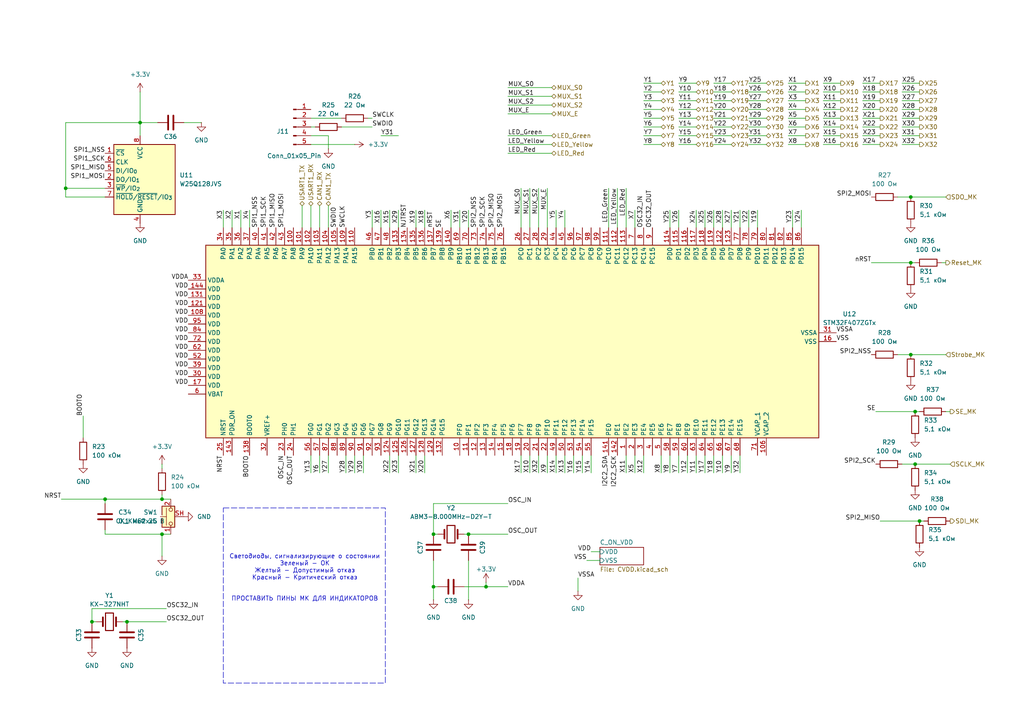
<source format=kicad_sch>
(kicad_sch (version 20250114) (generator "eeschema") (generator_version "9.0")
  (paper "A4")
  (lib_symbols
    (symbol "Connector:Conn_01x05_Pin" (pin_names (offset 1.016) (hide yes))
      (property "Reference" "J" (at 0 7.62 0))
      (property "Value" "Conn_01x05_Pin" (at 0 -7.62 0))
      (symbol "Conn_01x05_Pin_1_1"
        (pin passive line (at 5.08 5.08 180) (length 3.81) (name "Pin_1") (number "1"))
        (pin passive line (at 5.08 2.54 180) (length 3.81) (name "Pin_2") (number "2"))
        (pin passive line (at 5.08 0 180) (length 3.81) (name "Pin_3") (number "3"))
        (pin passive line (at 5.08 -2.54 180) (length 3.81) (name "Pin_4") (number "4"))
        (pin passive line (at 5.08 -5.08 180) (length 3.81) (name "Pin_5") (number "5"))
      )
    )
    (symbol "Device:C" (pin_numbers (hide yes)) (pin_names (offset 0.254))
      (property "Reference" "C" (at 0.635 2.54 0))
      (property "Value" "C" (at 0.635 -2.54 0))
      (symbol "C_1_1"
        (pin passive line (at 0 3.81 270) (length 2.794) (name "~") (number "1"))
        (pin passive line (at 0 -3.81 90) (length 2.794) (name "~") (number "2"))
      )
    )
    (symbol "Device:Crystal" (pin_numbers (hide yes)) (pin_names (offset 1.016) (hide yes))
      (property "Reference" "Y" (at 0 3.81 0))
      (property "Value" "Crystal" (at 0 -3.81 0))
      (symbol "Crystal_1_1"
        (pin passive line (at -3.81 0 0) (length 1.27) (name "1") (number "1"))
        (pin passive line (at 3.81 0 180) (length 1.27) (name "2") (number "2"))
      )
    )
    (symbol "Device:R" (pin_numbers (hide yes)) (pin_names (offset 0))
      (property "Reference" "R" (at 2.032 0 90))
      (property "Value" "R" (at 0 0 90))
      (symbol "R_1_1"
        (pin passive line (at 0 3.81 270) (length 1.27) (name "~") (number "1"))
        (pin passive line (at 0 -3.81 90) (length 1.27) (name "~") (number "2"))
      )
    )
    (symbol "MCU_ST_STM32F4:STM32F407ZGTx"
      (property "Reference" "U" (at -27.94 90.17 0))
      (property "Value" "STM32F407ZGTx" (at 20.32 90.17 0))
      (symbol "STM32F407ZGTx_1_1"
        (pin input line (at -33.02 83.82 0) (length 5.08) (name "NRST") (number "25"))
        (pin input line (at -33.02 81.28 0) (length 5.08) (name "PDR_ON") (number "143"))
        (pin input line (at -33.02 76.2 0) (length 5.08) (name "BOOT0") (number "138"))
        (pin input line (at -33.02 71.12 0) (length 5.08) (name "VREF+") (number "32"))
        (pin bidirectional line (at -33.02 66.04 0) (length 5.08) (name "PH0") (number "23"))
        (pin bidirectional line (at -33.02 63.5 0) (length 5.08) (name "PH1") (number "24"))
        (pin bidirectional line (at -33.02 58.42 0) (length 5.08) (name "PG0") (number "56"))
        (pin bidirectional line (at -33.02 55.88 0) (length 5.08) (name "PG1") (number "57"))
        (pin bidirectional line (at -33.02 53.34 0) (length 5.08) (name "PG2") (number "87"))
        (pin bidirectional line (at -33.02 50.8 0) (length 5.08) (name "PG3") (number "88"))
        (pin bidirectional line (at -33.02 48.26 0) (length 5.08) (name "PG4") (number "89"))
        (pin bidirectional line (at -33.02 45.72 0) (length 5.08) (name "PG5") (number "90"))
        (pin bidirectional line (at -33.02 43.18 0) (length 5.08) (name "PG6") (number "91"))
        (pin bidirectional line (at -33.02 40.64 0) (length 5.08) (name "PG7") (number "92"))
        (pin bidirectional line (at -33.02 38.1 0) (length 5.08) (name "PG8") (number "93"))
        (pin bidirectional line (at -33.02 35.56 0) (length 5.08) (name "PG9") (number "124"))
        (pin bidirectional line (at -33.02 33.02 0) (length 5.08) (name "PG10") (number "125"))
        (pin bidirectional line (at -33.02 30.48 0) (length 5.08) (name "PG11") (number "126"))
        (pin bidirectional line (at -33.02 27.94 0) (length 5.08) (name "PG12") (number "127"))
        (pin bidirectional line (at -33.02 25.4 0) (length 5.08) (name "PG13") (number "128"))
        (pin bidirectional line (at -33.02 22.86 0) (length 5.08) (name "PG14") (number "129"))
        (pin bidirectional line (at -33.02 20.32 0) (length 5.08) (name "PG15") (number "132"))
        (pin bidirectional line (at -33.02 15.24 0) (length 5.08) (name "PF0") (number "10"))
        (pin bidirectional line (at -33.02 12.7 0) (length 5.08) (name "PF1") (number "11"))
        (pin bidirectional line (at -33.02 10.16 0) (length 5.08) (name "PF2") (number "12"))
        (pin bidirectional line (at -33.02 7.62 0) (length 5.08) (name "PF3") (number "13"))
        (pin bidirectional line (at -33.02 5.08 0) (length 5.08) (name "PF4") (number "14"))
        (pin bidirectional line (at -33.02 2.54 0) (length 5.08) (name "PF5") (number "15"))
        (pin bidirectional line (at -33.02 0 0) (length 5.08) (name "PF6") (number "18"))
        (pin bidirectional line (at -33.02 -2.54 0) (length 5.08) (name "PF7") (number "19"))
        (pin bidirectional line (at -33.02 -5.08 0) (length 5.08) (name "PF8") (number "20"))
        (pin bidirectional line (at -33.02 -7.62 0) (length 5.08) (name "PF9") (number "21"))
        (pin bidirectional line (at -33.02 -10.16 0) (length 5.08) (name "PF10") (number "22"))
        (pin bidirectional line (at -33.02 -12.7 0) (length 5.08) (name "PF11") (number "49"))
        (pin bidirectional line (at -33.02 -15.24 0) (length 5.08) (name "PF12") (number "50"))
        (pin bidirectional line (at -33.02 -17.78 0) (length 5.08) (name "PF13") (number "53"))
        (pin bidirectional line (at -33.02 -20.32 0) (length 5.08) (name "PF14") (number "54"))
        (pin bidirectional line (at -33.02 -22.86 0) (length 5.08) (name "PF15") (number "55"))
        (pin bidirectional line (at -33.02 -27.94 0) (length 5.08) (name "PE0") (number "141"))
        (pin bidirectional line (at -33.02 -30.48 0) (length 5.08) (name "PE1") (number "142"))
        (pin bidirectional line (at -33.02 -33.02 0) (length 5.08) (name "PE2") (number "1"))
        (pin bidirectional line (at -33.02 -35.56 0) (length 5.08) (name "PE3") (number "2"))
        (pin bidirectional line (at -33.02 -38.1 0) (length 5.08) (name "PE4") (number "3"))
        (pin bidirectional line (at -33.02 -40.64 0) (length 5.08) (name "PE5") (number "4"))
        (pin bidirectional line (at -33.02 -43.18 0) (length 5.08) (name "PE6") (number "5"))
        (pin bidirectional line (at -33.02 -45.72 0) (length 5.08) (name "PE7") (number "58"))
        (pin bidirectional line (at -33.02 -48.26 0) (length 5.08) (name "PE8") (number "59"))
        (pin bidirectional line (at -33.02 -50.8 0) (length 5.08) (name "PE9") (number "60"))
        (pin bidirectional line (at -33.02 -53.34 0) (length 5.08) (name "PE10") (number "63"))
        (pin bidirectional line (at -33.02 -55.88 0) (length 5.08) (name "PE11") (number "64"))
        (pin bidirectional line (at -33.02 -58.42 0) (length 5.08) (name "PE12") (number "65"))
        (pin bidirectional line (at -33.02 -60.96 0) (length 5.08) (name "PE13") (number "66"))
        (pin bidirectional line (at -33.02 -63.5 0) (length 5.08) (name "PE14") (number "67"))
        (pin bidirectional line (at -33.02 -66.04 0) (length 5.08) (name "PE15") (number "68"))
        (pin power_out line (at -33.02 -71.12 0) (length 5.08) (name "VCAP_1") (number "71"))
        (pin power_out line (at -33.02 -73.66 0) (length 5.08) (name "VCAP_2") (number "106"))
        (pin power_in line (at -15.24 93.98 270) (length 5.08) (name "VBAT") (number "6"))
        (pin power_in line (at -12.7 93.98 270) (length 5.08) (name "VDD") (number "17"))
        (pin power_in line (at -10.16 93.98 270) (length 5.08) (name "VDD") (number "30"))
        (pin power_in line (at -7.62 93.98 270) (length 5.08) (name "VDD") (number "39"))
        (pin power_in line (at -5.08 93.98 270) (length 5.08) (name "VDD") (number "52"))
        (pin power_in line (at -2.54 93.98 270) (length 5.08) (name "VDD") (number "62"))
        (pin power_in line (at 0 93.98 270) (length 5.08) (name "VDD") (number "72"))
        (pin passive line (at 0 -93.98 90) (length 5.08) (hide yes) (name "VSS") (number "107"))
        (pin passive line (at 0 -93.98 90) (length 5.08) (hide yes) (name "VSS") (number "120"))
        (pin passive line (at 0 -93.98 90) (length 5.08) (hide yes) (name "VSS") (number "130"))
        (pin power_in line (at 0 -93.98 90) (length 5.08) (name "VSS") (number "16"))
        (pin passive line (at 0 -93.98 90) (length 5.08) (hide yes) (name "VSS") (number "38"))
        (pin passive line (at 0 -93.98 90) (length 5.08) (hide yes) (name "VSS") (number "51"))
        (pin passive line (at 0 -93.98 90) (length 5.08) (hide yes) (name "VSS") (number "61"))
        (pin passive line (at 0 -93.98 90) (length 5.08) (hide yes) (name "VSS") (number "83"))
        (pin passive line (at 0 -93.98 90) (length 5.08) (hide yes) (name "VSS") (number "94"))
        (pin power_in line (at 2.54 93.98 270) (length 5.08) (name "VDD") (number "84"))
        (pin power_in line (at 2.54 -93.98 90) (length 5.08) (name "VSSA") (number "31"))
        (pin power_in line (at 5.08 93.98 270) (length 5.08) (name "VDD") (number "95"))
        (pin power_in line (at 7.62 93.98 270) (length 5.08) (name "VDD") (number "108"))
        (pin power_in line (at 10.16 93.98 270) (length 5.08) (name "VDD") (number "121"))
        (pin power_in line (at 12.7 93.98 270) (length 5.08) (name "VDD") (number "131"))
        (pin power_in line (at 15.24 93.98 270) (length 5.08) (name "VDD") (number "144"))
        (pin power_in line (at 17.78 93.98 270) (length 5.08) (name "VDDA") (number "33"))
        (pin bidirectional line (at 33.02 83.82 180) (length 5.08) (name "PA0") (number "34"))
        (pin bidirectional line (at 33.02 81.28 180) (length 5.08) (name "PA1") (number "35"))
        (pin bidirectional line (at 33.02 78.74 180) (length 5.08) (name "PA2") (number "36"))
        (pin bidirectional line (at 33.02 76.2 180) (length 5.08) (name "PA3") (number "37"))
        (pin bidirectional line (at 33.02 73.66 180) (length 5.08) (name "PA4") (number "40"))
        (pin bidirectional line (at 33.02 71.12 180) (length 5.08) (name "PA5") (number "41"))
        (pin bidirectional line (at 33.02 68.58 180) (length 5.08) (name "PA6") (number "42"))
        (pin bidirectional line (at 33.02 66.04 180) (length 5.08) (name "PA7") (number "43"))
        (pin bidirectional line (at 33.02 63.5 180) (length 5.08) (name "PA8") (number "100"))
        (pin bidirectional line (at 33.02 60.96 180) (length 5.08) (name "PA9") (number "101"))
        (pin bidirectional line (at 33.02 58.42 180) (length 5.08) (name "PA10") (number "102"))
        (pin bidirectional line (at 33.02 55.88 180) (length 5.08) (name "PA11") (number "103"))
        (pin bidirectional line (at 33.02 53.34 180) (length 5.08) (name "PA12") (number "104"))
        (pin bidirectional line (at 33.02 50.8 180) (length 5.08) (name "PA13") (number "105"))
        (pin bidirectional line (at 33.02 48.26 180) (length 5.08) (name "PA14") (number "109"))
        (pin bidirectional line (at 33.02 45.72 180) (length 5.08) (name "PA15") (number "110"))
        (pin bidirectional line (at 33.02 40.64 180) (length 5.08) (name "PB0") (number "46"))
        (pin bidirectional line (at 33.02 38.1 180) (length 5.08) (name "PB1") (number "47"))
        (pin bidirectional line (at 33.02 35.56 180) (length 5.08) (name "PB2") (number "48"))
        (pin bidirectional line (at 33.02 33.02 180) (length 5.08) (name "PB3") (number "133"))
        (pin bidirectional line (at 33.02 30.48 180) (length 5.08) (name "PB4") (number "134"))
        (pin bidirectional line (at 33.02 27.94 180) (length 5.08) (name "PB5") (number "135"))
        (pin bidirectional line (at 33.02 25.4 180) (length 5.08) (name "PB6") (number "136"))
        (pin bidirectional line (at 33.02 22.86 180) (length 5.08) (name "PB7") (number "137"))
        (pin bidirectional line (at 33.02 20.32 180) (length 5.08) (name "PB8") (number "139"))
        (pin bidirectional line (at 33.02 17.78 180) (length 5.08) (name "PB9") (number "140"))
        (pin bidirectional line (at 33.02 15.24 180) (length 5.08) (name "PB10") (number "69"))
        (pin bidirectional line (at 33.02 12.7 180) (length 5.08) (name "PB11") (number "70"))
        (pin bidirectional line (at 33.02 10.16 180) (length 5.08) (name "PB12") (number "73"))
        (pin bidirectional line (at 33.02 7.62 180) (length 5.08) (name "PB13") (number "74"))
        (pin bidirectional line (at 33.02 5.08 180) (length 5.08) (name "PB14") (number "75"))
        (pin bidirectional line (at 33.02 2.54 180) (length 5.08) (name "PB15") (number "76"))
        (pin bidirectional line (at 33.02 -2.54 180) (length 5.08) (name "PC0") (number "26"))
        (pin bidirectional line (at 33.02 -5.08 180) (length 5.08) (name "PC1") (number "27"))
        (pin bidirectional line (at 33.02 -7.62 180) (length 5.08) (name "PC2") (number "28"))
        (pin bidirectional line (at 33.02 -10.16 180) (length 5.08) (name "PC3") (number "29"))
        (pin bidirectional line (at 33.02 -12.7 180) (length 5.08) (name "PC4") (number "44"))
        (pin bidirectional line (at 33.02 -15.24 180) (length 5.08) (name "PC5") (number "45"))
        (pin bidirectional line (at 33.02 -17.78 180) (length 5.08) (name "PC6") (number "96"))
        (pin bidirectional line (at 33.02 -20.32 180) (length 5.08) (name "PC7") (number "97"))
        (pin bidirectional line (at 33.02 -22.86 180) (length 5.08) (name "PC8") (number "98"))
        (pin bidirectional line (at 33.02 -25.4 180) (length 5.08) (name "PC9") (number "99"))
        (pin bidirectional line (at 33.02 -27.94 180) (length 5.08) (name "PC10") (number "111"))
        (pin bidirectional line (at 33.02 -30.48 180) (length 5.08) (name "PC11") (number "112"))
        (pin bidirectional line (at 33.02 -33.02 180) (length 5.08) (name "PC12") (number "113"))
        (pin bidirectional line (at 33.02 -35.56 180) (length 5.08) (name "PC13") (number "7"))
        (pin bidirectional line (at 33.02 -38.1 180) (length 5.08) (name "PC14") (number "8"))
        (pin bidirectional line (at 33.02 -40.64 180) (length 5.08) (name "PC15") (number "9"))
        (pin bidirectional line (at 33.02 -45.72 180) (length 5.08) (name "PD0") (number "114"))
        (pin bidirectional line (at 33.02 -48.26 180) (length 5.08) (name "PD1") (number "115"))
        (pin bidirectional line (at 33.02 -50.8 180) (length 5.08) (name "PD2") (number "116"))
        (pin bidirectional line (at 33.02 -53.34 180) (length 5.08) (name "PD3") (number "117"))
        (pin bidirectional line (at 33.02 -55.88 180) (length 5.08) (name "PD4") (number "118"))
        (pin bidirectional line (at 33.02 -58.42 180) (length 5.08) (name "PD5") (number "119"))
        (pin bidirectional line (at 33.02 -60.96 180) (length 5.08) (name "PD6") (number "122"))
        (pin bidirectional line (at 33.02 -63.5 180) (length 5.08) (name "PD7") (number "123"))
        (pin bidirectional line (at 33.02 -66.04 180) (length 5.08) (name "PD8") (number "77"))
        (pin bidirectional line (at 33.02 -68.58 180) (length 5.08) (name "PD9") (number "78"))
        (pin bidirectional line (at 33.02 -71.12 180) (length 5.08) (name "PD10") (number "79"))
        (pin bidirectional line (at 33.02 -73.66 180) (length 5.08) (name "PD11") (number "80"))
        (pin bidirectional line (at 33.02 -76.2 180) (length 5.08) (name "PD12") (number "81"))
        (pin bidirectional line (at 33.02 -78.74 180) (length 5.08) (name "PD13") (number "82"))
        (pin bidirectional line (at 33.02 -81.28 180) (length 5.08) (name "PD14") (number "85"))
        (pin bidirectional line (at 33.02 -83.82 180) (length 5.08) (name "PD15") (number "86"))
      )
    )
    (symbol "Memory_Flash:W25Q128JVS"
      (property "Reference" "U" (at -6.35 11.43 0))
      (property "Value" "W25Q128JVS" (at 7.62 11.43 0))
      (symbol "W25Q128JVS_1_1"
        (pin input line (at -10.16 7.62 0) (length 2.54) (name "~{CS}") (number "1"))
        (pin input line (at -10.16 5.08 0) (length 2.54) (name "CLK") (number "6"))
        (pin bidirectional line (at -10.16 2.54 0) (length 2.54) (name "DI/IO_{0}") (number "5"))
        (pin bidirectional line (at -10.16 0 0) (length 2.54) (name "DO/IO_{1}") (number "2"))
        (pin bidirectional line (at -10.16 -2.54 0) (length 2.54) (name "~{WP}/IO_{2}") (number "3"))
        (pin bidirectional line (at -10.16 -5.08 0) (length 2.54) (name "~{HOLD}/~{RESET}/IO_{3}") (number "7"))
        (pin power_in line (at 0 12.7 270) (length 2.54) (name "VCC") (number "8"))
        (pin power_in line (at 0 -12.7 90) (length 2.54) (name "GND") (number "4"))
      )
    )
    (symbol "Switch:CK_KMS2xxG" (pin_names (offset 1.016) (hide yes))
      (property "Reference" "SW" (at 4.318 2.032 0))
      (property "Value" "CK_KMS2xxG" (at 0 4.572 0))
      (symbol "CK_KMS2xxG_0_1"
        (pin passive line (at -5.08 0 0) (length 2.54) (name "1") (number "1"))
        (pin passive line (at 5.08 0 180) (length 2.54) (name "2") (number "2"))
      )
      (symbol "CK_KMS2xxG_1_1"
        (pin passive line (at 0 -3.81 90) (length 2.54) (name "B") (number "SH"))
      )
    )
    (symbol "power:+3.3V" (power) (pin_numbers (hide yes)) (pin_names (offset 0) (hide yes))
      (property "Value" "+3.3V" (at 0 3.556 0))
      (symbol "+3.3V_1_1"
        (pin power_in line (at 0 0 90) (length 0) (name "~") (number "1"))
      )
    )
    (symbol "power:GND" (power) (pin_numbers (hide yes)) (pin_names (offset 0) (hide yes))
      (property "Value" "GND" (at 0 -3.81 0))
      (symbol "GND_1_1"
        (pin power_in line (at 0 0 270) (length 0) (name "~") (number "1"))
      )
    )
  )
  (rectangle (start 64.77 147.32) (end 111.76 198.12) (stroke (width 0) (type dash)))
  (text "Светодиоды, сигнализирующие о состоянии\nЗеленый - ОК\nЖелтый - Допустимый отказ\nКрасный - Критический отказ\n\n\nПРОСТАВИТЬ ПИНЫ МК ДЛЯ ИНДИКАТОРОВ\n" (at 88.392 167.64 0) (effects (font (size 1.27 1.27))))
  (junction (at 265.43 119.38))
  (junction (at 266.7 151.13))
  (junction (at 264.16 57.15))
  (junction (at 125.73 170.18))
  (junction (at 26.67 180.34))
  (junction (at 40.64 35.56))
  (junction (at 135.89 154.94))
  (junction (at 265.43 134.62))
  (junction (at 19.05 54.61))
  (junction (at 264.16 76.2))
  (junction (at 46.99 144.78))
  (junction (at 30.48 144.78))
  (junction (at 36.83 180.34))
  (junction (at 264.16 102.87))
  (junction (at 46.99 154.94))
  (junction (at 125.73 154.94))
  (junction (at 140.97 170.18))
  (wire (pts (xy 87.63 59.69) (xy 87.63 66.04)))
  (wire (pts (xy 181.61 132.08) (xy 181.61 137.16)))
  (wire (pts (xy 214.63 132.08) (xy 214.63 137.16)))
  (wire (pts (xy 233.68 29.21) (xy 228.6 29.21)))
  (wire (pts (xy 170.18 162.56) (xy 173.99 162.56)))
  (wire (pts (xy 64.77 66.04) (xy 64.77 60.96)))
  (wire (pts (xy 191.77 36.83) (xy 186.69 36.83)))
  (wire (pts (xy 58.42 35.56) (xy 53.34 35.56)))
  (wire (pts (xy 140.97 170.18) (xy 147.32 170.18)))
  (wire (pts (xy 30.48 146.05) (xy 30.48 144.78)))
  (wire (pts (xy 201.93 24.13) (xy 196.85 24.13)))
  (wire (pts (xy 266.7 151.13) (xy 267.97 151.13)))
  (wire (pts (xy 219.71 66.04) (xy 219.71 60.96)))
  (wire (pts (xy 191.77 34.29) (xy 186.69 34.29)))
  (wire (pts (xy 135.89 154.94) (xy 147.32 154.94)))
  (wire (pts (xy 160.02 44.45) (xy 147.32 44.45)))
  (wire (pts (xy 90.17 59.69) (xy 90.17 66.04)))
  (wire (pts (xy 201.93 29.21) (xy 196.85 29.21)))
  (wire (pts (xy 91.44 36.83) (xy 90.17 36.83)))
  (wire (pts (xy 201.93 39.37) (xy 196.85 39.37)))
  (wire (pts (xy 46.99 143.51) (xy 46.99 144.78)))
  (wire (pts (xy 115.57 39.37) (xy 110.49 39.37)))
  (wire (pts (xy 212.09 39.37) (xy 207.01 39.37)))
  (wire (pts (xy 273.05 76.2) (xy 274.32 76.2)))
  (wire (pts (xy 222.25 34.29) (xy 217.17 34.29)))
  (wire (pts (xy 209.55 66.04) (xy 209.55 60.96)))
  (wire (pts (xy 30.48 153.67) (xy 30.48 154.94)))
  (wire (pts (xy 191.77 26.67) (xy 186.69 26.67)))
  (wire (pts (xy 191.77 132.08) (xy 191.77 137.16)))
  (wire (pts (xy 36.83 180.34) (xy 35.56 180.34)))
  (wire (pts (xy 46.99 154.94) (xy 49.53 154.94)))
  (wire (pts (xy 134.62 170.18) (xy 140.97 170.18)))
  (wire (pts (xy 151.13 54.61) (xy 151.13 66.04)))
  (wire (pts (xy 24.13 120.65) (xy 24.13 127)))
  (wire (pts (xy 252.73 76.2) (xy 264.16 76.2)))
  (wire (pts (xy 160.02 41.91) (xy 147.32 41.91)))
  (wire (pts (xy 255.27 41.91) (xy 250.19 41.91)))
  (wire (pts (xy 168.91 132.08) (xy 168.91 137.16)))
  (wire (pts (xy 201.93 34.29) (xy 196.85 34.29)))
  (wire (pts (xy 156.21 132.08) (xy 156.21 137.16)))
  (wire (pts (xy 222.25 26.67) (xy 217.17 26.67)))
  (wire (pts (xy 120.65 132.08) (xy 120.65 137.16)))
  (wire (pts (xy 17.78 144.78) (xy 30.48 144.78)))
  (wire (pts (xy 204.47 60.96) (xy 204.47 66.04)))
  (wire (pts (xy 194.31 132.08) (xy 194.31 137.16)))
  (wire (pts (xy 261.62 134.62) (xy 265.43 134.62)))
  (wire (pts (xy 156.21 54.61) (xy 156.21 66.04)))
  (wire (pts (xy 30.48 144.78) (xy 46.99 144.78)))
  (wire (pts (xy 184.15 132.08) (xy 184.15 137.16)))
  (wire (pts (xy 158.75 132.08) (xy 158.75 137.16)))
  (wire (pts (xy 153.67 132.08) (xy 153.67 137.16)))
  (wire (pts (xy 161.29 66.04) (xy 161.29 60.96)))
  (wire (pts (xy 233.68 24.13) (xy 228.6 24.13)))
  (wire (pts (xy 243.84 36.83) (xy 238.76 36.83)))
  (wire (pts (xy 201.93 60.96) (xy 201.93 66.04)))
  (wire (pts (xy 209.55 132.08) (xy 209.55 137.16)))
  (wire (pts (xy 212.09 26.67) (xy 207.01 26.67)))
  (wire (pts (xy 107.95 36.83) (xy 99.06 36.83)))
  (wire (pts (xy 260.35 57.15) (xy 264.16 57.15)))
  (wire (pts (xy 135.89 154.94) (xy 134.62 154.94)))
  (wire (pts (xy 95.25 59.69) (xy 95.25 66.04)))
  (wire (pts (xy 191.77 31.75) (xy 186.69 31.75)))
  (wire (pts (xy 243.84 39.37) (xy 238.76 39.37)))
  (wire (pts (xy 212.09 24.13) (xy 207.01 24.13)))
  (wire (pts (xy 95.25 39.37) (xy 95.25 43.18)))
  (wire (pts (xy 265.43 134.62) (xy 275.59 134.62)))
  (wire (pts (xy 125.73 146.05) (xy 125.73 154.94)))
  (wire (pts (xy 92.71 132.08) (xy 92.71 137.16)))
  (wire (pts (xy 171.45 160.02) (xy 173.99 160.02)))
  (wire (pts (xy 161.29 132.08) (xy 161.29 137.16)))
  (wire (pts (xy 30.48 57.15) (xy 19.05 57.15)))
  (wire (pts (xy 125.73 146.05) (xy 147.32 146.05)))
  (wire (pts (xy 72.39 66.04) (xy 72.39 60.96)))
  (wire (pts (xy 201.93 36.83) (xy 196.85 36.83)))
  (wire (pts (xy 222.25 29.21) (xy 217.17 29.21)))
  (wire (pts (xy 102.87 132.08) (xy 102.87 137.16)))
  (wire (pts (xy 255.27 31.75) (xy 250.19 31.75)))
  (wire (pts (xy 160.02 27.94) (xy 147.32 27.94)))
  (wire (pts (xy 264.16 57.15) (xy 274.32 57.15)))
  (wire (pts (xy 207.01 132.08) (xy 207.01 137.16)))
  (wire (pts (xy 196.85 132.08) (xy 196.85 137.16)))
  (wire (pts (xy 266.7 41.91) (xy 261.62 41.91)))
  (wire (pts (xy 163.83 132.08) (xy 163.83 137.16)))
  (wire (pts (xy 266.7 29.21) (xy 261.62 29.21)))
  (wire (pts (xy 160.02 33.02) (xy 147.32 33.02)))
  (wire (pts (xy 163.83 66.04) (xy 163.83 60.96)))
  (wire (pts (xy 36.83 180.34) (xy 48.26 180.34)))
  (wire (pts (xy 260.35 102.87) (xy 264.16 102.87)))
  (wire (pts (xy 266.7 31.75) (xy 261.62 31.75)))
  (wire (pts (xy 255.27 29.21) (xy 250.19 29.21)))
  (wire (pts (xy 69.85 66.04) (xy 69.85 60.96)))
  (wire (pts (xy 212.09 41.91) (xy 207.01 41.91)))
  (wire (pts (xy 266.7 39.37) (xy 261.62 39.37)))
  (wire (pts (xy 19.05 57.15) (xy 19.05 54.61)))
  (wire (pts (xy 212.09 66.04) (xy 212.09 60.96)))
  (wire (pts (xy 233.68 31.75) (xy 228.6 31.75)))
  (wire (pts (xy 120.65 66.04) (xy 120.65 60.96)))
  (wire (pts (xy 181.61 54.61) (xy 181.61 66.04)))
  (wire (pts (xy 255.27 39.37) (xy 250.19 39.37)))
  (wire (pts (xy 19.05 35.56) (xy 40.64 35.56)))
  (wire (pts (xy 125.73 173.99) (xy 125.73 170.18)))
  (wire (pts (xy 254 119.38) (xy 265.43 119.38)))
  (wire (pts (xy 229.87 66.04) (xy 229.87 60.96)))
  (wire (pts (xy 266.7 34.29) (xy 261.62 34.29)))
  (wire (pts (xy 265.43 119.38) (xy 266.7 119.38)))
  (wire (pts (xy 255.27 26.67) (xy 250.19 26.67)))
  (wire (pts (xy 133.35 66.04) (xy 133.35 60.96)))
  (wire (pts (xy 233.68 36.83) (xy 228.6 36.83)))
  (wire (pts (xy 217.17 66.04) (xy 217.17 60.96)))
  (wire (pts (xy 243.84 26.67) (xy 238.76 26.67)))
  (wire (pts (xy 135.89 162.56) (xy 135.89 173.99)))
  (wire (pts (xy 212.09 132.08) (xy 212.09 137.16)))
  (wire (pts (xy 100.33 132.08) (xy 100.33 137.16)))
  (wire (pts (xy 255.27 36.83) (xy 250.19 36.83)))
  (wire (pts (xy 40.64 26.67) (xy 40.64 35.56)))
  (wire (pts (xy 151.13 132.08) (xy 151.13 137.16)))
  (wire (pts (xy 204.47 132.08) (xy 204.47 137.16)))
  (wire (pts (xy 191.77 24.13) (xy 186.69 24.13)))
  (wire (pts (xy 125.73 170.18) (xy 127 170.18)))
  (wire (pts (xy 90.17 132.08) (xy 90.17 137.16)))
  (wire (pts (xy 243.84 29.21) (xy 238.76 29.21)))
  (wire (pts (xy 196.85 66.04) (xy 196.85 60.96)))
  (wire (pts (xy 233.68 34.29) (xy 228.6 34.29)))
  (wire (pts (xy 264.16 102.87) (xy 274.32 102.87)))
  (wire (pts (xy 222.25 39.37) (xy 217.17 39.37)))
  (wire (pts (xy 123.19 66.04) (xy 123.19 60.96)))
  (wire (pts (xy 45.72 35.56) (xy 40.64 35.56)))
  (wire (pts (xy 125.73 154.94) (xy 127 154.94)))
  (wire (pts (xy 201.93 132.08) (xy 201.93 137.16)))
  (wire (pts (xy 232.41 66.04) (xy 232.41 60.96)))
  (wire (pts (xy 212.09 31.75) (xy 207.01 31.75)))
  (wire (pts (xy 266.7 26.67) (xy 261.62 26.67)))
  (wire (pts (xy 46.99 161.29) (xy 46.99 154.94)))
  (wire (pts (xy 19.05 54.61) (xy 19.05 35.56)))
  (wire (pts (xy 125.73 162.56) (xy 125.73 170.18)))
  (wire (pts (xy 160.02 30.48) (xy 147.32 30.48)))
  (wire (pts (xy 194.31 66.04) (xy 194.31 60.96)))
  (wire (pts (xy 115.57 66.04) (xy 115.57 60.96)))
  (wire (pts (xy 46.99 144.78) (xy 49.53 144.78)))
  (wire (pts (xy 123.19 132.08) (xy 123.19 137.16)))
  (wire (pts (xy 26.67 176.53) (xy 26.67 180.34)))
  (wire (pts (xy 243.84 24.13) (xy 238.76 24.13)))
  (wire (pts (xy 130.81 66.04) (xy 130.81 60.96)))
  (wire (pts (xy 212.09 36.83) (xy 207.01 36.83)))
  (wire (pts (xy 201.93 41.91) (xy 196.85 41.91)))
  (wire (pts (xy 222.25 41.91) (xy 217.17 41.91)))
  (wire (pts (xy 99.06 34.29) (xy 90.17 34.29)))
  (wire (pts (xy 222.25 31.75) (xy 217.17 31.75)))
  (wire (pts (xy 207.01 60.96) (xy 207.01 66.04)))
  (wire (pts (xy 90.17 41.91) (xy 102.87 41.91)))
  (wire (pts (xy 255.27 34.29) (xy 250.19 34.29)))
  (wire (pts (xy 158.75 54.61) (xy 158.75 66.04)))
  (wire (pts (xy 110.49 66.04) (xy 110.49 60.96)))
  (wire (pts (xy 113.03 132.08) (xy 113.03 137.16)))
  (wire (pts (xy 26.67 180.34) (xy 27.94 180.34)))
  (wire (pts (xy 212.09 34.29) (xy 207.01 34.29)))
  (wire (pts (xy 90.17 39.37) (xy 95.25 39.37)))
  (wire (pts (xy 167.64 171.45) (xy 167.64 167.64)))
  (wire (pts (xy 266.7 24.13) (xy 261.62 24.13)))
  (wire (pts (xy 191.77 41.91) (xy 186.69 41.91)))
  (wire (pts (xy 107.95 66.04) (xy 107.95 60.96)))
  (wire (pts (xy 30.48 54.61) (xy 19.05 54.61)))
  (wire (pts (xy 222.25 24.13) (xy 217.17 24.13)))
  (wire (pts (xy 243.84 41.91) (xy 238.76 41.91)))
  (wire (pts (xy 46.99 134.62) (xy 46.99 135.89)))
  (wire (pts (xy 160.02 25.4) (xy 147.32 25.4)))
  (wire (pts (xy 135.89 66.04) (xy 135.89 60.96)))
  (wire (pts (xy 201.93 31.75) (xy 196.85 31.75)))
  (wire (pts (xy 26.67 176.53) (xy 48.26 176.53)))
  (wire (pts (xy 176.53 54.61) (xy 176.53 66.04)))
  (wire (pts (xy 171.45 132.08) (xy 171.45 137.16)))
  (wire (pts (xy 40.64 35.56) (xy 40.64 39.37)))
  (wire (pts (xy 255.27 24.13) (xy 250.19 24.13)))
  (wire (pts (xy 243.84 34.29) (xy 238.76 34.29)))
  (wire (pts (xy 153.67 54.61) (xy 153.67 66.04)))
  (wire (pts (xy 30.48 154.94) (xy 46.99 154.94)))
  (wire (pts (xy 255.27 151.13) (xy 266.7 151.13)))
  (wire (pts (xy 191.77 39.37) (xy 186.69 39.37)))
  (wire (pts (xy 160.02 39.37) (xy 147.32 39.37)))
  (wire (pts (xy 201.93 26.67) (xy 196.85 26.67)))
  (wire (pts (xy 199.39 132.08) (xy 199.39 137.16)))
  (wire (pts (xy 179.07 54.61) (xy 179.07 66.04)))
  (wire (pts (xy 113.03 66.04) (xy 113.03 60.96)))
  (wire (pts (xy 95.25 132.08) (xy 95.25 137.16)))
  (wire (pts (xy 166.37 132.08) (xy 166.37 137.16)))
  (wire (pts (xy 212.09 29.21) (xy 207.01 29.21)))
  (wire (pts (xy 274.32 119.38) (xy 275.59 119.38)))
  (wire (pts (xy 140.97 168.91) (xy 140.97 170.18)))
  (wire (pts (xy 233.68 26.67) (xy 228.6 26.67)))
  (wire (pts (xy 233.68 39.37) (xy 228.6 39.37)))
  (wire (pts (xy 115.57 132.08) (xy 115.57 137.16)))
  (wire (pts (xy 222.25 36.83) (xy 217.17 36.83)))
  (wire (pts (xy 92.71 59.69) (xy 92.71 66.04)))
  (wire (pts (xy 184.15 66.04) (xy 184.15 60.96)))
  (wire (pts (xy 107.95 34.29) (xy 106.68 34.29)))
  (wire (pts (xy 243.84 31.75) (xy 238.76 31.75)))
  (wire (pts (xy 266.7 36.83) (xy 261.62 36.83)))
  (wire (pts (xy 186.69 132.08) (xy 186.69 137.16)))
  (wire (pts (xy 214.63 66.04) (xy 214.63 60.96)))
  (wire (pts (xy 67.31 66.04) (xy 67.31 60.96)))
  (wire (pts (xy 191.77 29.21) (xy 186.69 29.21)))
  (wire (pts (xy 233.68 41.91) (xy 228.6 41.91)))
  (wire (pts (xy 105.41 132.08) (xy 105.41 137.16)))
  (wire (pts (xy 264.16 76.2) (xy 265.43 76.2)))
  (label "Y32" (at 217.17 41.91 0))
  (label "Y3" (at 107.95 60.96 270))
  (label "OSC32_IN" (at 48.26 176.53 0))
  (label "VDD" (at 54.61 93.98 180))
  (label "X30" (at 261.62 36.83 0))
  (label "SPI2_SCK" (at 254 134.62 180))
  (label "Y32" (at 214.63 137.16 90))
  (label "X21" (at 120.65 137.16 90))
  (label "MUX_S0" (at 151.13 54.61 270))
  (label "Y20" (at 135.89 60.96 270))
  (label "X13" (at 238.76 34.29 0))
  (label "X31" (at 261.62 39.37 0))
  (label "BOOTO" (at 72.39 132.08 270))
  (label "X26" (at 261.62 26.67 0))
  (label "Y17" (at 204.47 137.16 90))
  (label "Y8" (at 186.69 41.91 0))
  (label "X19" (at 250.19 29.21 0))
  (label "LED_Yellow" (at 179.07 54.61 270))
  (label "SWDIO" (at 97.79 66.04 90))
  (label "OSC_OUT" (at 147.32 154.94 0))
  (label "OSC32_OUT" (at 48.26 180.34 0))
  (label "X15" (at 238.76 39.37 0))
  (label "X23" (at 115.57 137.16 90))
  (label "Y23" (at 229.87 60.96 270))
  (label "X2" (at 67.31 60.96 270))
  (label "Y11" (at 196.85 29.21 0))
  (label "X15" (at 113.03 60.96 270))
  (label "I2C2_SCK" (at 179.07 132.08 270))
  (label "Y13" (at 196.85 34.29 0))
  (label "Y30" (at 105.41 137.16 90))
  (label "X25" (at 204.47 60.96 270))
  (label "X7" (at 184.15 60.96 270))
  (label "Y16" (at 166.37 137.16 90))
  (label "Y24" (at 207.01 41.91 0))
  (label "Y30" (at 217.17 36.83 0))
  (label "SPI1_NSS" (at 30.48 44.45 180))
  (label "LED_Yellow" (at 147.32 41.91 0))
  (label "Y18" (at 207.01 137.16 90))
  (label "X3" (at 228.6 29.21 0))
  (label "Y21" (at 214.63 60.96 270))
  (label "VDD" (at 54.61 99.06 180))
  (label "SWCLK" (at 107.95 34.29 0))
  (label "Y7" (at 196.85 137.16 90))
  (label "Y6" (at 92.71 137.16 90))
  (label "OSC32_OUT" (at 189.23 66.04 90))
  (label "X6" (at 130.81 60.96 270))
  (label "X19" (at 120.65 60.96 270))
  (label "MUX_S2" (at 147.32 30.48 0))
  (label "Y9" (at 196.85 24.13 0))
  (label "X7" (at 228.6 39.37 0))
  (label "Y4" (at 186.69 31.75 0))
  (label "SE" (at 254 119.38 180))
  (label "Y17" (at 207.01 24.13 0))
  (label "Y19" (at 207.01 29.21 0))
  (label "Y31" (at 110.49 39.37 0))
  (label "SE" (at 128.27 66.04 90))
  (label "Y12" (at 199.39 137.16 90))
  (label "X8" (at 228.6 41.91 0))
  (label "X5" (at 184.15 137.16 90))
  (label "X12" (at 186.69 137.16 90))
  (label "MUX_S1" (at 147.32 27.94 0))
  (label "SPI2_MOSI" (at 252.73 57.15 180))
  (label "SPI1_MOSI" (at 30.48 52.07 180))
  (label "Y27" (at 217.17 29.21 0))
  (label "X29" (at 261.62 34.29 0))
  (label "VDD" (at 54.61 96.52 180))
  (label "X28" (at 261.62 31.75 0))
  (label "X27" (at 212.09 60.96 270))
  (label "SPI2_NSS" (at 138.43 66.04 90))
  (label "SPI1_MISO" (at 30.48 49.53 180))
  (label "X20" (at 123.19 137.16 90))
  (label "MUX_E" (at 147.32 33.02 0))
  (label "Y16" (at 196.85 41.91 0))
  (label "X18" (at 123.19 60.96 270))
  (label "SPI1_SCK" (at 77.47 66.04 90))
  (label "SPI2_MISO" (at 255.27 151.13 180))
  (label "X25" (at 261.62 24.13 0))
  (label "Y9" (at 212.09 137.16 90))
  (label "Y21" (at 207.01 34.29 0))
  (label "Y11" (at 201.93 137.16 90))
  (label "BOOTO" (at 24.13 120.65 90))
  (label "Y1" (at 186.69 24.13 0))
  (label "X28" (at 209.55 60.96 270))
  (label "X14" (at 161.29 137.16 90))
  (label "OSC_IN" (at 147.32 146.05 0))
  (label "NJTRST" (at 118.11 66.04 90))
  (label "SPI1_SCK" (at 30.48 46.99 180))
  (label "Y8" (at 194.31 137.16 90))
  (label "X18" (at 250.19 26.67 0))
  (label "VDD" (at 54.61 88.9 180))
  (label "X4" (at 72.39 60.96 270))
  (label "X26" (at 207.01 60.96 270))
  (label "VDD" (at 171.45 160.02 180))
  (label "Y28" (at 100.33 137.16 90))
  (label "X17" (at 250.19 24.13 0))
  (label "X20" (at 250.19 31.75 0))
  (label "X32" (at 156.21 137.16 90))
  (label "Y22" (at 207.01 36.83 0))
  (label "LED_Green" (at 176.53 54.61 270))
  (label "Y14" (at 196.85 36.83 0))
  (label "Y29" (at 217.17 34.29 0))
  (label "Y4" (at 163.83 60.96 270))
  (label "nRST" (at 125.73 66.04 90))
  (label "OSC32_IN" (at 186.69 66.04 90))
  (label "Y31" (at 133.35 60.96 270))
  (label "X16" (at 238.76 41.91 0))
  (label "X22" (at 113.03 137.16 90))
  (label "X10" (at 153.67 137.16 90))
  (label "X11" (at 238.76 29.21 0))
  (label "X9" (at 238.76 24.13 0))
  (label "Y12" (at 196.85 31.75 0))
  (label "X4" (at 228.6 31.75 0))
  (label "X5" (at 228.6 34.29 0))
  (label "Y14" (at 171.45 137.16 90))
  (label "Y2" (at 186.69 26.67 0))
  (label "VSS" (at 170.18 162.56 180))
  (label "X17" (at 151.13 137.16 90))
  (label "X24" (at 250.19 41.91 0))
  (label "X6" (at 228.6 36.83 0))
  (label "Y29" (at 102.87 137.16 90))
  (label "VDDA" (at 147.32 170.18 0))
  (label "X8" (at 191.77 137.16 90))
  (label "LED_Red" (at 181.61 54.61 270))
  (label "SPI1_MOSI" (at 82.55 66.04 90))
  (label "X3" (at 64.77 60.96 270))
  (label "Y7" (at 186.69 39.37 0))
  (label "Y24" (at 232.41 60.96 270))
  (label "X24" (at 201.93 60.96 270))
  (label "SWDIO" (at 107.95 36.83 0))
  (label "Y10" (at 209.55 137.16 90))
  (label "VSSA" (at 242.57 96.52 0))
  (label "X22" (at 250.19 36.83 0))
  (label "X1" (at 228.6 24.13 0))
  (label "X32" (at 261.62 41.91 0))
  (label "Y27" (at 95.25 137.16 90))
  (label "X11" (at 181.61 137.16 90))
  (label "X10" (at 238.76 26.67 0))
  (label "OSC_OUT" (at 85.09 132.08 270))
  (label "Y25" (at 217.17 24.13 0))
  (label "X9" (at 158.75 137.16 90))
  (label "Y25" (at 194.31 60.96 270))
  (label "Y22" (at 217.17 60.96 270))
  (label "VDD" (at 54.61 101.6 180))
  (label "VDD" (at 54.61 109.22 180))
  (label "nRST" (at 252.73 76.2 180))
  (label "VSS" (at 242.57 99.06 0))
  (label "LED_Green" (at 147.32 39.37 0))
  (label "SPI2_SCK" (at 140.97 66.04 90))
  (label "X29" (at 115.57 60.96 270))
  (label "Y26" (at 196.85 60.96 270))
  (label "X14" (at 238.76 36.83 0))
  (label "VDD" (at 54.61 83.82 180))
  (label "X16" (at 110.49 60.96 270))
  (label "Y10" (at 196.85 26.67 0))
  (label "Y15" (at 168.91 137.16 90))
  (label "Y5" (at 186.69 34.29 0))
  (label "X23" (at 250.19 39.37 0))
  (label "X21" (at 250.19 34.29 0))
  (label "Y6" (at 186.69 36.83 0))
  (label "Y23" (at 207.01 39.37 0))
  (label "X1" (at 69.85 60.96 270))
  (label "OSC_IN" (at 82.55 132.08 270))
  (label "Y13" (at 90.17 137.16 90))
  (label "I2C2_SDA" (at 176.53 132.08 270))
  (label "X2" (at 228.6 26.67 0))
  (label "MUX_E" (at 158.75 54.61 270))
  (label "Y28" (at 217.17 31.75 0))
  (label "Y15" (at 196.85 39.37 0))
  (label "VDD" (at 54.61 106.68 180))
  (label "Y5" (at 161.29 60.96 270))
  (label "Y26" (at 217.17 26.67 0))
  (label "MUX_S0" (at 147.32 25.4 0))
  (label "Y18" (at 207.01 26.67 0))
  (label "MUX_S1" (at 153.67 54.61 270))
  (label "VDD" (at 54.61 91.44 180))
  (label "MUX_S2" (at 156.21 54.61 270))
  (label "X27" (at 261.62 29.21 0))
  (label "VDD" (at 54.61 111.76 180))
  (label "SPI2_NSS" (at 252.73 102.87 180))
  (label "X13" (at 163.83 137.16 90))
  (label "Y20" (at 207.01 31.75 0))
  (label "VDDA" (at 54.61 81.28 180))
  (label "Y3" (at 186.69 29.21 0))
  (label "SPI1_NSS" (at 74.93 66.04 90))
  (label "LED_Red" (at 147.32 44.45 0))
  (label "VDD" (at 54.61 104.14 180))
  (label "SPI1_MISO" (at 80.01 66.04 90))
  (label "SWCLK" (at 100.33 66.04 90))
  (label "VSSA" (at 167.64 167.64 0))
  (label "NRST" (at 64.77 132.08 270))
  (label "NRST" (at 17.78 144.78 180))
  (label "VDD" (at 54.61 86.36 180))
  (label "Y19" (at 219.71 60.96 270))
  (label "X12" (at 238.76 31.75 0))
  (label "SPI2_MOSI" (at 146.05 66.04 90))
  (label "Y31" (at 217.17 39.37 0))
  (label "SPI2_MISO" (at 143.51 66.04 90))
  (hierarchical_label "X22" (shape output) (at 255.27 36.83 0))
  (hierarchical_label "LED_Green" (shape bidirectional) (at 160.02 39.37 0))
  (hierarchical_label "X20" (shape output) (at 255.27 31.75 0))
  (hierarchical_label "X3" (shape output) (at 233.68 29.21 0))
  (hierarchical_label "X16" (shape output) (at 243.84 41.91 0))
  (hierarchical_label "X31" (shape output) (at 266.7 39.37 0))
  (hierarchical_label "Y19" (shape bidirectional) (at 212.09 29.21 0))
  (hierarchical_label "SDO_MK" (shape input) (at 274.32 57.15 0))
  (hierarchical_label "Y6" (shape bidirectional) (at 191.77 36.83 0))
  (hierarchical_label "Y9" (shape bidirectional) (at 201.93 24.13 0))
  (hierarchical_label "LED_Yellow" (shape bidirectional) (at 160.02 41.91 0))
  (hierarchical_label "Y21" (shape bidirectional) (at 212.09 34.29 0))
  (hierarchical_label "Y3" (shape bidirectional) (at 191.77 29.21 0))
  (hierarchical_label "Y8" (shape bidirectional) (at 191.77 41.91 0))
  (hierarchical_label "X27" (shape output) (at 266.7 29.21 0))
  (hierarchical_label "LED_Red" (shape bidirectional) (at 160.02 44.45 0))
  (hierarchical_label "CAN1_TX" (shape bidirectional) (at 95.25 59.69 90))
  (hierarchical_label "X8" (shape output) (at 233.68 41.91 0))
  (hierarchical_label "Y17" (shape bidirectional) (at 212.09 24.13 0))
  (hierarchical_label "X15" (shape output) (at 243.84 39.37 0))
  (hierarchical_label "Y27" (shape bidirectional) (at 222.25 29.21 0))
  (hierarchical_label "X18" (shape output) (at 255.27 26.67 0))
  (hierarchical_label "Y31" (shape bidirectional) (at 222.25 39.37 0))
  (hierarchical_label "X26" (shape output) (at 266.7 26.67 0))
  (hierarchical_label "X10" (shape output) (at 243.84 26.67 0))
  (hierarchical_label "Y28" (shape bidirectional) (at 222.25 31.75 0))
  (hierarchical_label "Y11" (shape bidirectional) (at 201.93 29.21 0))
  (hierarchical_label "Y26" (shape bidirectional) (at 222.25 26.67 0))
  (hierarchical_label "X23" (shape output) (at 255.27 39.37 0))
  (hierarchical_label "Y2" (shape bidirectional) (at 191.77 26.67 0))
  (hierarchical_label "Y18" (shape bidirectional) (at 212.09 26.67 0))
  (hierarchical_label "X1" (shape output) (at 233.68 24.13 0))
  (hierarchical_label "X25" (shape output) (at 266.7 24.13 0))
  (hierarchical_label "USART1_RX" (shape bidirectional) (at 90.17 59.69 90))
  (hierarchical_label "X9" (shape output) (at 243.84 24.13 0))
  (hierarchical_label "SDI_MK" (shape output) (at 275.59 151.13 0))
  (hierarchical_label "Reset_MK" (shape output) (at 274.32 76.2 0))
  (hierarchical_label "X12" (shape output) (at 243.84 31.75 0))
  (hierarchical_label "X14" (shape output) (at 243.84 36.83 0))
  (hierarchical_label "Y24" (shape bidirectional) (at 212.09 41.91 0))
  (hierarchical_label "X11" (shape output) (at 243.84 29.21 0))
  (hierarchical_label "X28" (shape output) (at 266.7 31.75 0))
  (hierarchical_label "X24" (shape output) (at 255.27 41.91 0))
  (hierarchical_label "X4" (shape output) (at 233.68 31.75 0))
  (hierarchical_label "USART1_TX" (shape bidirectional) (at 87.63 59.69 90))
  (hierarchical_label "X7" (shape output) (at 233.68 39.37 0))
  (hierarchical_label "X30" (shape output) (at 266.7 36.83 0))
  (hierarchical_label "Y14" (shape bidirectional) (at 201.93 36.83 0))
  (hierarchical_label "MUX_S0" (shape bidirectional) (at 160.02 25.4 0))
  (hierarchical_label "Y32" (shape bidirectional) (at 222.25 41.91 0))
  (hierarchical_label "Y13" (shape bidirectional) (at 201.93 34.29 0))
  (hierarchical_label "Y16" (shape bidirectional) (at 201.93 41.91 0))
  (hierarchical_label "X17" (shape output) (at 255.27 24.13 0))
  (hierarchical_label "X29" (shape output) (at 266.7 34.29 0))
  (hierarchical_label "MUX_S1" (shape bidirectional) (at 160.02 27.94 0))
  (hierarchical_label "Y5" (shape bidirectional) (at 191.77 34.29 0))
  (hierarchical_label "Y10" (shape bidirectional) (at 201.93 26.67 0))
  (hierarchical_label "Strobe_MK" (shape input) (at 274.32 102.87 0))
  (hierarchical_label "X32" (shape output) (at 266.7 41.91 0))
  (hierarchical_label "Y7" (shape bidirectional) (at 191.77 39.37 0))
  (hierarchical_label "CAN1_RX" (shape bidirectional) (at 92.71 59.69 90))
  (hierarchical_label "X21" (shape output) (at 255.27 34.29 0))
  (hierarchical_label "Y15" (shape bidirectional) (at 201.93 39.37 0))
  (hierarchical_label "X19" (shape output) (at 255.27 29.21 0))
  (hierarchical_label "Y1" (shape bidirectional) (at 191.77 24.13 0))
  (hierarchical_label "Y30" (shape bidirectional) (at 222.25 36.83 0))
  (hierarchical_label "Y29" (shape bidirectional) (at 222.25 34.29 0))
  (hierarchical_label "Y12" (shape bidirectional) (at 201.93 31.75 0))
  (hierarchical_label "MUX_S2" (shape bidirectional) (at 160.02 30.48 0))
  (hierarchical_label "Y23" (shape bidirectional) (at 212.09 39.37 0))
  (hierarchical_label "X6" (shape output) (at 233.68 36.83 0))
  (hierarchical_label "Y4" (shape bidirectional) (at 191.77 31.75 0))
  (hierarchical_label "MUX_E" (shape bidirectional) (at 160.02 33.02 0))
  (hierarchical_label "X2" (shape output) (at 233.68 26.67 0))
  (hierarchical_label "X13" (shape output) (at 243.84 34.29 0))
  (hierarchical_label "SCLK_MK" (shape input) (at 275.59 134.62 0))
  (hierarchical_label "Y22" (shape bidirectional) (at 212.09 36.83 0))
  (hierarchical_label "SE_MK" (shape output) (at 275.59 119.38 0))
  (hierarchical_label "Y25" (shape bidirectional) (at 222.25 24.13 0))
  (hierarchical_label "Y20" (shape bidirectional) (at 212.09 31.75 0))
  (hierarchical_label "X5" (shape output) (at 233.68 34.29 0))
  (symbol (lib_id "Device:C") (at 30.48 149.86 180) (unit 1)
    (property "Reference" "C34" (at 34.29 148.5899 0) (effects (justify right)))
    (property "Value" "0,1 мкФ 25 В" (at 34.29 151.1299 0) (effects (justify right)))
    (property "Footprint" "Capacitor_SMD:C_0603_1608Metric" (effects (hide yes)))
    (property "Description" "Unpolarized capacitor" (effects (hide yes)))
  )
  (symbol (lib_id "Device:R") (at 269.24 76.2 270) (unit 1)
    (property "Reference" "R36" (at 269.24 69.85 90))
    (property "Value" "100 Ом" (at 269.24 72.39 90))
    (property "Footprint" "Resistor_SMD:R_0603_1608Metric" (effects (hide yes)))
    (property "Description" "Resistor" (effects (hide yes)))
  )
  (symbol (lib_id "Device:R") (at 24.13 130.81 180) (unit 1)
    (property "Reference" "R23" (at 26.67 129.5399 0) (effects (justify right)))
    (property "Value" "100 кОм" (at 26.67 132.0799 0) (effects (justify right)))
    (property "Footprint" "Resistor_SMD:R_0603_1608Metric" (effects (hide yes)))
    (property "Description" "Resistor" (effects (hide yes)))
  )
  (symbol (lib_id "Device:R") (at 265.43 138.43 0) (unit 1)
    (property "Reference" "R34" (at 267.97 137.1599 0) (effects (justify left)))
    (property "Value" "5,1 кОм" (at 267.97 139.6999 0) (effects (justify left)))
    (property "Footprint" "Resistor_SMD:R_0603_1608Metric" (effects (hide yes)))
    (property "Description" "Resistor" (effects (hide yes)))
  )
  (symbol (lib_id "Device:Crystal") (at 31.75 180.34 0) (unit 1)
    (property "Reference" "Y1" (at 31.75 172.72 0))
    (property "Value" "KX-327NHT" (at 31.75 175.26 0))
    (property "Footprint" "Crystal:Crystal_SMD_EuroQuartz_EQ161-2Pin_3.2x1.5mm" (effects (hide yes)))
    (property "Description" "crystal 32.768kHz" (effects (hide yes)))
  )
  (symbol (lib_id "Device:R") (at 256.54 102.87 270) (unit 1)
    (property "Reference" "R28" (at 256.54 96.52 90))
    (property "Value" "100 Ом" (at 256.54 99.06 90))
    (property "Footprint" "Resistor_SMD:R_0603_1608Metric" (effects (hide yes)))
    (property "Description" "Resistor" (effects (hide yes)))
  )
  (symbol (lib_id "Device:R") (at 264.16 106.68 0) (unit 1)
    (property "Reference" "R32" (at 266.7 105.4099 0) (effects (justify left)))
    (property "Value" "5,1 кОм" (at 266.7 107.9499 0) (effects (justify left)))
    (property "Footprint" "Resistor_SMD:R_0603_1608Metric" (effects (hide yes)))
    (property "Description" "Resistor" (effects (hide yes)))
  )
  (symbol (lib_id "Switch:CK_KMS2xxG") (at 49.53 149.86 90) (unit 1)
    (property "Reference" "SW1" (at 45.72 148.5899 90) (effects (justify left)))
    (property "Value" "CK_KMS2xxG" (at 45.72 151.1299 90) (effects (justify left)))
    (property "Footprint" "Button_Switch_SMD:SW_SPST_CK_KMS2xxGP" (effects (hide yes)))
    (property "Datasheet" "https://www.ckswitches.com/media/1482/kms.pdf" (effects (hide yes)))
    (property "Description" "Microminiature SMT Side Actuated, 4.2 x 2.8 x 1.42mm, without pegs, with shield pin" (effects (hide yes)))
  )
  (symbol (lib_id "Connector:Conn_01x05_Pin") (at 85.09 36.83 0) (unit 1)
    (property "Reference" "J11" (at 83.82 38.1001 0) (effects (justify right)))
    (property "Value" "Conn_01x05_Pin" (at 93.218 45.212 0) (effects (justify right)))
    (property "Footprint" "Connector_PinHeader_2.54mm:PinHeader_1x05_P2.54mm_Vertical" (effects (hide yes)))
    (property "Description" "Generic connector, single row, 01x05, script generated" (effects (hide yes)))
  )
  (symbol (lib_id "power:GND") (at 24.13 134.62 0) (unit 1)
    (property "Reference" "#PWR084" (effects (hide yes)))
    (property "Value" "GND" (at 24.13 139.7 0))
    (property "Description" "Power symbol creates a global label with name \"GND\" , ground" (effects (hide yes)))
  )
  (symbol (lib_id "power:+3.3V") (at 102.87 41.91 270) (mirror x) (unit 1)
    (property "Reference" "#PWR094" (effects (hide yes)))
    (property "Value" "+3.3V" (at 106.68 41.9099 90) (effects (justify left)))
    (property "Description" "Power symbol creates a global label with name \"+3.3V\"" (effects (hide yes)))
  )
  (symbol (lib_id "Device:C") (at 125.73 158.75 0) (mirror y) (unit 1)
    (property "Reference" "C37" (at 121.92 160.782 90) (effects (justify left)))
    (property "Value" "18 пФ 25 В" (effects (hide yes)))
    (property "Footprint" "Capacitor_SMD:C_0603_1608Metric" (effects (hide yes)))
    (property "Description" "Unpolarized capacitor" (effects (hide yes)))
  )
  (symbol (lib_id "MCU_ST_STM32F4:STM32F407ZGTx") (at 148.59 99.06 90) (unit 1)
    (property "Reference" "U12" (at 246.38 91.0746 90))
    (property "Value" "STM32F407ZGTx" (at 246.38 93.6146 90))
    (property "Footprint" "Package_QFP:LQFP-144_20x20mm_P0.5mm" (effects (hide yes)))
    (property "Datasheet" "https://www.st.com/resource/en/datasheet/stm32f407zg.pdf" (effects (hide yes)))
    (property "Description" "STMicroelectronics Arm Cortex-M4 MCU, 1024KB flash, 192KB RAM, 168 MHz, 1.8-3.6V, 114 GPIO, LQFP144" (effects (hide yes)))
  )
  (symbol (lib_id "Device:R") (at 95.25 36.83 270) (unit 1)
    (property "Reference" "R25" (at 95.25 30.48 90))
    (property "Value" "22 Ом" (at 95.25 33.02 90))
    (property "Footprint" "Resistor_SMD:R_0805_2012Metric" (effects (hide yes)))
    (property "Description" "Resistor" (effects (hide yes)))
  )
  (symbol (lib_id "power:GND") (at 265.43 127 0) (unit 1)
    (property "Reference" "#PWR0102" (effects (hide yes)))
    (property "Value" "GND" (at 265.43 132.08 0))
    (property "Description" "Power symbol creates a global label with name \"GND\" , ground" (effects (hide yes)))
  )
  (symbol (lib_id "power:GND") (at 53.34 149.86 90) (unit 1)
    (property "Reference" "#PWR091" (effects (hide yes)))
    (property "Value" "GND" (at 57.15 149.8599 90) (effects (justify right)))
    (property "Description" "Power symbol creates a global label with name \"GND\" , ground" (effects (hide yes)))
  )
  (symbol (lib_id "power:+3.3V") (at 46.99 134.62 0) (mirror y) (unit 1)
    (property "Reference" "#PWR089" (effects (hide yes)))
    (property "Value" "+3.3V" (at 46.99 129.54 0))
    (property "Description" "Power symbol creates a global label with name \"+3.3V\"" (effects (hide yes)))
  )
  (symbol (lib_id "Device:Crystal") (at 130.81 154.94 0) (unit 1)
    (property "Reference" "Y2" (at 130.81 147.32 0))
    (property "Value" "ABM3-8.000MHz-D2Y-T" (at 130.81 149.86 0))
    (property "Footprint" "Crystal:Crystal_SMD_TXC_7A-2Pin_5x3.2mm" (effects (hide yes)))
    (property "Description" "Two pin crystal 8 MHz" (effects (hide yes)))
  )
  (symbol (lib_id "Device:R") (at 257.81 134.62 270) (unit 1)
    (property "Reference" "R29" (at 257.81 128.27 90))
    (property "Value" "100 Ом" (at 257.81 130.81 90))
    (property "Footprint" "Resistor_SMD:R_0603_1608Metric" (effects (hide yes)))
    (property "Description" "Resistor" (effects (hide yes)))
  )
  (symbol (lib_id "power:GND") (at 95.25 43.18 0) (unit 1)
    (property "Reference" "#PWR093" (effects (hide yes)))
    (property "Value" "GND" (at 95.25 48.26 0))
    (property "Description" "Power symbol creates a global label with name \"GND\" , ground" (effects (hide yes)))
  )
  (symbol (lib_id "power:GND") (at 40.64 64.77 0) (unit 1)
    (property "Reference" "#PWR088" (effects (hide yes)))
    (property "Value" "GND" (at 40.64 69.85 0))
    (property "Description" "Power symbol creates a global label with name \"GND\" , ground" (effects (hide yes)))
  )
  (symbol (lib_id "power:GND") (at 265.43 142.24 0) (unit 1)
    (property "Reference" "#PWR0103" (effects (hide yes)))
    (property "Value" "GND" (at 265.43 147.32 0))
    (property "Description" "Power symbol creates a global label with name \"GND\" , ground" (effects (hide yes)))
  )
  (symbol (lib_id "power:GND") (at 135.89 173.99 0) (unit 1)
    (property "Reference" "#PWR096" (effects (hide yes)))
    (property "Value" "GND" (at 135.89 179.07 0))
    (property "Description" "Power symbol creates a global label with name \"GND\" , ground" (effects (hide yes)))
  )
  (symbol (lib_id "power:GND") (at 264.16 83.82 0) (unit 1)
    (property "Reference" "#PWR0100" (effects (hide yes)))
    (property "Value" "GND" (at 264.16 88.9 0))
    (property "Description" "Power symbol creates a global label with name \"GND\" , ground" (effects (hide yes)))
  )
  (symbol (lib_id "Device:C") (at 130.81 170.18 270) (mirror x) (unit 1)
    (property "Reference" "C38" (at 128.778 174.244 90) (effects (justify left)))
    (property "Value" "0,1 мкФ 25 В" (effects (hide yes)))
    (property "Footprint" "Capacitor_SMD:C_0603_1608Metric" (effects (hide yes)))
    (property "Description" "Unpolarized capacitor" (effects (hide yes)))
  )
  (symbol (lib_id "Device:C") (at 26.67 184.15 0) (mirror y) (unit 1)
    (property "Reference" "C33" (at 22.86 186.182 90) (effects (justify left)))
    (property "Value" "12 пФ 25 В" (effects (hide yes)))
    (property "Footprint" "Capacitor_SMD:C_0603_1608Metric" (effects (hide yes)))
    (property "Description" "Unpolarized capacitor" (effects (hide yes)))
  )
  (symbol (lib_id "Device:R") (at 266.7 154.94 0) (unit 1)
    (property "Reference" "R35" (at 269.24 153.6699 0) (effects (justify left)))
    (property "Value" "5,1 кОм" (at 269.24 156.2099 0) (effects (justify left)))
    (property "Footprint" "Resistor_SMD:R_0603_1608Metric" (effects (hide yes)))
    (property "Description" "Resistor" (effects (hide yes)))
  )
  (symbol (lib_id "Device:R") (at 271.78 151.13 270) (unit 1)
    (property "Reference" "R38" (at 271.78 144.78 90))
    (property "Value" "100 Ом" (at 271.78 147.32 90))
    (property "Footprint" "Resistor_SMD:R_0603_1608Metric" (effects (hide yes)))
    (property "Description" "Resistor" (effects (hide yes)))
  )
  (symbol (lib_id "power:GND") (at 26.67 187.96 0) (unit 1)
    (property "Reference" "#PWR085" (effects (hide yes)))
    (property "Value" "GND" (at 26.67 193.04 0))
    (property "Description" "Power symbol creates a global label with name \"GND\" , ground" (effects (hide yes)))
  )
  (symbol (lib_id "Device:R") (at 102.87 34.29 270) (unit 1)
    (property "Reference" "R26" (at 102.87 27.94 90))
    (property "Value" "22 Ом" (at 102.87 30.48 90))
    (property "Footprint" "Resistor_SMD:R_0805_2012Metric" (effects (hide yes)))
    (property "Description" "Resistor" (effects (hide yes)))
  )
  (symbol (lib_id "power:+3.3V") (at 40.64 26.67 0) (mirror y) (unit 1)
    (property "Reference" "#PWR087" (effects (hide yes)))
    (property "Value" "+3.3V" (at 40.64 21.59 0))
    (property "Description" "Power symbol creates a global label with name \"+3.3V\"" (effects (hide yes)))
  )
  (symbol (lib_id "power:GND") (at 264.16 110.49 0) (unit 1)
    (property "Reference" "#PWR0101" (effects (hide yes)))
    (property "Value" "GND" (at 264.16 115.57 0))
    (property "Description" "Power symbol creates a global label with name \"GND\" , ground" (effects (hide yes)))
  )
  (symbol (lib_id "Device:R") (at 264.16 60.96 0) (unit 1)
    (property "Reference" "R30" (at 266.7 59.6899 0) (effects (justify left)))
    (property "Value" "5,1 кОм" (at 266.7 62.2299 0) (effects (justify left)))
    (property "Footprint" "Resistor_SMD:R_0603_1608Metric" (effects (hide yes)))
    (property "Description" "Resistor" (effects (hide yes)))
  )
  (symbol (lib_id "power:GND") (at 125.73 173.99 0) (unit 1)
    (property "Reference" "#PWR095" (effects (hide yes)))
    (property "Value" "GND" (at 125.73 179.07 0))
    (property "Description" "Power symbol creates a global label with name \"GND\" , ground" (effects (hide yes)))
  )
  (symbol (lib_id "Device:R") (at 46.99 139.7 180) (unit 1)
    (property "Reference" "R24" (at 49.53 138.4299 0) (effects (justify right)))
    (property "Value" "100 кОм" (at 49.53 140.9699 0) (effects (justify right)))
    (property "Footprint" "Resistor_SMD:R_0603_1608Metric" (effects (hide yes)))
    (property "Description" "Resistor" (effects (hide yes)))
  )
  (symbol (lib_id "Device:R") (at 265.43 123.19 0) (unit 1)
    (property "Reference" "R33" (at 267.97 121.9199 0) (effects (justify left)))
    (property "Value" "5,1 кОм" (at 267.97 124.4599 0) (effects (justify left)))
    (property "Footprint" "Resistor_SMD:R_0603_1608Metric" (effects (hide yes)))
    (property "Description" "Resistor" (effects (hide yes)))
  )
  (symbol (lib_id "Device:R") (at 270.51 119.38 270) (unit 1)
    (property "Reference" "R37" (at 270.51 113.03 90))
    (property "Value" "100 Ом" (at 270.51 115.57 90))
    (property "Footprint" "Resistor_SMD:R_0603_1608Metric" (effects (hide yes)))
    (property "Description" "Resistor" (effects (hide yes)))
  )
  (symbol (lib_id "power:GND") (at 264.16 64.77 0) (unit 1)
    (property "Reference" "#PWR099" (effects (hide yes)))
    (property "Value" "GND" (at 264.16 69.85 0))
    (property "Description" "Power symbol creates a global label with name \"GND\" , ground" (effects (hide yes)))
  )
  (symbol (lib_id "Device:R") (at 256.54 57.15 270) (unit 1)
    (property "Reference" "R27" (at 256.54 50.8 90))
    (property "Value" "100 Ом" (at 256.54 53.34 90))
    (property "Footprint" "Resistor_SMD:R_0603_1608Metric" (effects (hide yes)))
    (property "Description" "Resistor" (effects (hide yes)))
  )
  (symbol (lib_id "Memory_Flash:W25Q128JVS") (at 40.64 52.07 0) (unit 1)
    (property "Reference" "U11" (at 52.07 50.7999 0) (effects (justify left)))
    (property "Value" "W25Q128JVS" (at 52.07 53.3399 0) (effects (justify left)))
    (property "Footprint" "Package_SO:SOIC-8_5.3x5.3mm_P1.27mm" (effects (hide yes)))
    (property "Datasheet" "https://www.winbond.com/resource-files/w25q128jv_dtr%20revc%2003272018%20plus.pdf" (effects (hide yes)))
    (property "Description" "128Mbit / 16MiB Serial Flash Memory, Standard/Dual/Quad SPI, 2.7-3.6V, SOIC-8" (effects (hide yes)))
  )
  (symbol (lib_id "Device:C") (at 36.83 184.15 0) (mirror y) (unit 1)
    (property "Reference" "C35" (at 40.894 186.182 90) (effects (justify left)))
    (property "Value" "12 пФ 25 В" (effects (hide yes)))
    (property "Footprint" "Capacitor_SMD:C_0603_1608Metric" (effects (hide yes)))
    (property "Description" "Unpolarized capacitor" (effects (hide yes)))
  )
  (symbol (lib_id "power:GND") (at 36.83 187.96 0) (unit 1)
    (property "Reference" "#PWR086" (effects (hide yes)))
    (property "Value" "GND" (at 36.83 193.04 0))
    (property "Description" "Power symbol creates a global label with name \"GND\" , ground" (effects (hide yes)))
  )
  (symbol (lib_id "power:GND") (at 167.64 171.45 0) (unit 1)
    (property "Reference" "#PWR098" (effects (hide yes)))
    (property "Value" "GND" (at 167.64 176.53 0))
    (property "Description" "Power symbol creates a global label with name \"GND\" , ground" (effects (hide yes)))
  )
  (symbol (lib_id "Device:C") (at 135.89 158.75 0) (mirror y) (unit 1)
    (property "Reference" "C39" (at 139.954 160.782 90) (effects (justify left)))
    (property "Value" "18 пФ 25 В" (effects (hide yes)))
    (property "Footprint" "Capacitor_SMD:C_0603_1608Metric" (effects (hide yes)))
    (property "Description" "Unpolarized capacitor" (effects (hide yes)))
  )
  (symbol (lib_id "power:GND") (at 46.99 161.29 0) (unit 1)
    (property "Reference" "#PWR090" (effects (hide yes)))
    (property "Value" "GND" (at 46.99 166.37 0))
    (property "Description" "Power symbol creates a global label with name \"GND\" , ground" (effects (hide yes)))
  )
  (symbol (lib_id "power:GND") (at 266.7 158.75 0) (unit 1)
    (property "Reference" "#PWR0104" (effects (hide yes)))
    (property "Value" "GND" (at 266.7 163.83 0))
    (property "Description" "Power symbol creates a global label with name \"GND\" , ground" (effects (hide yes)))
  )
  (symbol (lib_id "power:+3.3V") (at 140.97 168.91 0) (mirror y) (unit 1)
    (property "Reference" "#PWR097" (effects (hide yes)))
    (property "Value" "+3.3V" (at 140.97 165.1 0))
    (property "Description" "Power symbol creates a global label with name \"+3.3V\"" (effects (hide yes)))
  )
  (symbol (lib_id "power:GND") (at 58.42 35.56 0) (unit 1)
    (property "Reference" "#PWR092" (effects (hide yes)))
    (property "Value" "GND" (at 58.42 40.64 0))
    (property "Description" "Power symbol creates a global label with name \"GND\" , ground" (effects (hide yes)))
  )
  (symbol (lib_id "Device:C") (at 49.53 35.56 270) (mirror x) (unit 1)
    (property "Reference" "C36" (at 47.498 39.624 90) (effects (justify left)))
    (property "Value" "0,1 мкФ 25 В" (effects (hide yes)))
    (property "Footprint" "Capacitor_SMD:C_0603_1608Metric" (effects (hide yes)))
    (property "Description" "Unpolarized capacitor" (effects (hide yes)))
  )
  (symbol (lib_id "Device:R") (at 264.16 80.01 0) (unit 1)
    (property "Reference" "R31" (at 266.7 78.7399 0) (effects (justify left)))
    (property "Value" "5,1 кОм" (at 266.7 81.2799 0) (effects (justify left)))
    (property "Footprint" "Resistor_SMD:R_0603_1608Metric" (effects (hide yes)))
    (property "Description" "Resistor" (effects (hide yes)))
  )
  (sheet (at 173.99 158.75) (size 12.7 5.08) (stroke (width 0.1524))
    (property "Sheetname" "C_ON_VDD" (at 173.99 158.0384 0) (effects (justify left bottom)))
    (property "Sheetfile" "CVDD.kicad_sch" (at 173.99 164.4146 0) (effects (justify left top)))
    (pin "VDD" input (at 173.99 160.02 180))
    (pin "VSS" input (at 173.99 162.56 180))
  )
)
</source>
